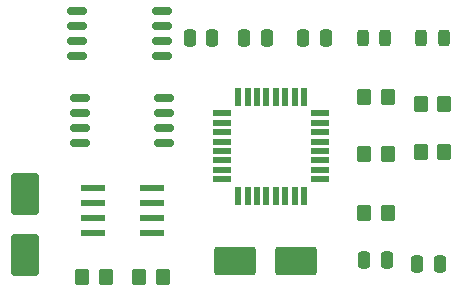
<source format=gbr>
%TF.GenerationSoftware,KiCad,Pcbnew,9.0.2*%
%TF.CreationDate,2025-09-17T22:50:59+05:45*%
%TF.ProjectId,MCU datalogger,4d435520-6461-4746-916c-6f676765722e,rev?*%
%TF.SameCoordinates,Original*%
%TF.FileFunction,Paste,Top*%
%TF.FilePolarity,Positive*%
%FSLAX46Y46*%
G04 Gerber Fmt 4.6, Leading zero omitted, Abs format (unit mm)*
G04 Created by KiCad (PCBNEW 9.0.2) date 2025-09-17 22:50:59*
%MOMM*%
%LPD*%
G01*
G04 APERTURE LIST*
G04 Aperture macros list*
%AMRoundRect*
0 Rectangle with rounded corners*
0 $1 Rounding radius*
0 $2 $3 $4 $5 $6 $7 $8 $9 X,Y pos of 4 corners*
0 Add a 4 corners polygon primitive as box body*
4,1,4,$2,$3,$4,$5,$6,$7,$8,$9,$2,$3,0*
0 Add four circle primitives for the rounded corners*
1,1,$1+$1,$2,$3*
1,1,$1+$1,$4,$5*
1,1,$1+$1,$6,$7*
1,1,$1+$1,$8,$9*
0 Add four rect primitives between the rounded corners*
20,1,$1+$1,$2,$3,$4,$5,0*
20,1,$1+$1,$4,$5,$6,$7,0*
20,1,$1+$1,$6,$7,$8,$9,0*
20,1,$1+$1,$8,$9,$2,$3,0*%
G04 Aperture macros list end*
%ADD10RoundRect,0.162500X-0.650000X-0.162500X0.650000X-0.162500X0.650000X0.162500X-0.650000X0.162500X0*%
%ADD11RoundRect,0.073750X-0.911250X-0.221250X0.911250X-0.221250X0.911250X0.221250X-0.911250X0.221250X0*%
%ADD12RoundRect,0.250000X0.250000X0.475000X-0.250000X0.475000X-0.250000X-0.475000X0.250000X-0.475000X0*%
%ADD13RoundRect,0.250000X-0.250000X-0.475000X0.250000X-0.475000X0.250000X0.475000X-0.250000X0.475000X0*%
%ADD14RoundRect,0.250000X-0.350000X-0.450000X0.350000X-0.450000X0.350000X0.450000X-0.350000X0.450000X0*%
%ADD15RoundRect,0.250001X-1.499999X-0.949999X1.499999X-0.949999X1.499999X0.949999X-1.499999X0.949999X0*%
%ADD16RoundRect,0.243750X0.243750X0.456250X-0.243750X0.456250X-0.243750X-0.456250X0.243750X-0.456250X0*%
%ADD17RoundRect,0.068750X-0.666250X-0.206250X0.666250X-0.206250X0.666250X0.206250X-0.666250X0.206250X0*%
%ADD18RoundRect,0.068750X-0.206250X-0.666250X0.206250X-0.666250X0.206250X0.666250X-0.206250X0.666250X0*%
%ADD19RoundRect,0.243750X-0.243750X-0.456250X0.243750X-0.456250X0.243750X0.456250X-0.243750X0.456250X0*%
%ADD20RoundRect,0.250000X0.350000X0.450000X-0.350000X0.450000X-0.350000X-0.450000X0.350000X-0.450000X0*%
%ADD21RoundRect,0.250001X0.949999X-1.499999X0.949999X1.499999X-0.949999X1.499999X-0.949999X-1.499999X0*%
G04 APERTURE END LIST*
D10*
%TO.C,U1*%
X1949162500Y-2087095000D03*
X1949162500Y-2088365000D03*
X1949162500Y-2089635000D03*
X1949162500Y-2090905000D03*
X1956337500Y-2090905000D03*
X1956337500Y-2089635000D03*
X1956337500Y-2088365000D03*
X1956337500Y-2087095000D03*
%TD*%
D11*
%TO.C,U4*%
X1950525000Y-2102095000D03*
X1950525000Y-2103365000D03*
X1950525000Y-2104635000D03*
X1950525000Y-2105905000D03*
X1955475000Y-2105905000D03*
X1955475000Y-2104635000D03*
X1955475000Y-2103365000D03*
X1955475000Y-2102095000D03*
%TD*%
D12*
%TO.C,C4*%
X1975350000Y-2108200000D03*
X1973450000Y-2108200000D03*
%TD*%
%TO.C,C2*%
X1979850000Y-2108500000D03*
X1977950000Y-2108500000D03*
%TD*%
D13*
%TO.C,C3*%
X1963287500Y-2089350000D03*
X1965187500Y-2089350000D03*
%TD*%
D10*
%TO.C,U2*%
X1949362500Y-2094495000D03*
X1949362500Y-2095765000D03*
X1949362500Y-2097035000D03*
X1949362500Y-2098305000D03*
X1956537500Y-2098305000D03*
X1956537500Y-2097035000D03*
X1956537500Y-2095765000D03*
X1956537500Y-2094495000D03*
%TD*%
D14*
%TO.C,R3*%
X1973450000Y-2104200000D03*
X1975450000Y-2104200000D03*
%TD*%
%TO.C,R4*%
X1973450000Y-2099200000D03*
X1975450000Y-2099200000D03*
%TD*%
D15*
%TO.C,Y2*%
X1962500000Y-2108250000D03*
X1967700000Y-2108250000D03*
%TD*%
D14*
%TO.C,R7*%
X1973450000Y-2094400000D03*
X1975450000Y-2094400000D03*
%TD*%
D16*
%TO.C,D1*%
X1980175000Y-2089400000D03*
X1978300000Y-2089400000D03*
%TD*%
D17*
%TO.C,U3*%
X1961410000Y-2095750000D03*
X1961410000Y-2096550000D03*
X1961410000Y-2097350000D03*
X1961410000Y-2098150000D03*
X1961410000Y-2098950000D03*
X1961410000Y-2099750000D03*
X1961410000Y-2100550000D03*
X1961410000Y-2101350000D03*
D18*
X1962780000Y-2102720000D03*
X1963580000Y-2102720000D03*
X1964380000Y-2102720000D03*
X1965180000Y-2102720000D03*
X1965980000Y-2102720000D03*
X1966780000Y-2102720000D03*
X1967580000Y-2102720000D03*
X1968380000Y-2102720000D03*
D17*
X1969750000Y-2101350000D03*
X1969750000Y-2100550000D03*
X1969750000Y-2099750000D03*
X1969750000Y-2098950000D03*
X1969750000Y-2098150000D03*
X1969750000Y-2097350000D03*
X1969750000Y-2096550000D03*
X1969750000Y-2095750000D03*
D18*
X1968380000Y-2094380000D03*
X1967580000Y-2094380000D03*
X1966780000Y-2094380000D03*
X1965980000Y-2094380000D03*
X1965180000Y-2094380000D03*
X1964380000Y-2094380000D03*
X1963580000Y-2094380000D03*
X1962780000Y-2094380000D03*
%TD*%
D14*
%TO.C,R2*%
X1954400000Y-2109600000D03*
X1956400000Y-2109600000D03*
%TD*%
D13*
%TO.C,C1*%
X1958687500Y-2089350000D03*
X1960587500Y-2089350000D03*
%TD*%
D19*
%TO.C,D2*%
X1973325000Y-2089400000D03*
X1975200000Y-2089400000D03*
%TD*%
D12*
%TO.C,C5*%
X1970187500Y-2089350000D03*
X1968287500Y-2089350000D03*
%TD*%
D14*
%TO.C,R6*%
X1978250000Y-2099000000D03*
X1980250000Y-2099000000D03*
%TD*%
%TO.C,R5*%
X1978250000Y-2095000000D03*
X1980250000Y-2095000000D03*
%TD*%
D20*
%TO.C,R1*%
X1951600000Y-2109600000D03*
X1949600000Y-2109600000D03*
%TD*%
D21*
%TO.C,Y1*%
X1944750000Y-2107750000D03*
X1944750000Y-2102550000D03*
%TD*%
M02*

</source>
